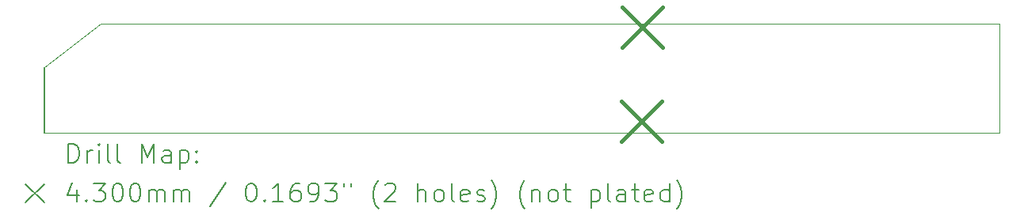
<source format=gbr>
%TF.GenerationSoftware,KiCad,Pcbnew,8.0.6*%
%TF.CreationDate,2024-11-27T23:04:25-05:00*%
%TF.ProjectId,DDI-parent,4444492d-7061-4726-956e-742e6b696361,rev?*%
%TF.SameCoordinates,Original*%
%TF.FileFunction,Drillmap*%
%TF.FilePolarity,Positive*%
%FSLAX45Y45*%
G04 Gerber Fmt 4.5, Leading zero omitted, Abs format (unit mm)*
G04 Created by KiCad (PCBNEW 8.0.6) date 2024-11-27 23:04:25*
%MOMM*%
%LPD*%
G01*
G04 APERTURE LIST*
%ADD10C,0.100000*%
%ADD11C,0.150000*%
%ADD12C,0.200000*%
%ADD13C,0.430000*%
G04 APERTURE END LIST*
D10*
X25611075Y20633655D02*
X15411075Y20633655D01*
X16011075Y21800000D02*
X15411075Y21333655D01*
X25611075Y21800000D02*
X25611075Y20633655D01*
D11*
X15411075Y20633655D02*
X15411075Y21333655D01*
D10*
X16011075Y21800000D02*
X25611075Y21800000D01*
D12*
D13*
X21574458Y20974489D02*
X22004458Y20544489D01*
X22004458Y20974489D02*
X21574458Y20544489D01*
X21578013Y21981106D02*
X22008013Y21551106D01*
X22008013Y21981106D02*
X21578013Y21551106D01*
D12*
X15664352Y20314671D02*
X15664352Y20514671D01*
X15664352Y20514671D02*
X15711971Y20514671D01*
X15711971Y20514671D02*
X15740542Y20505147D01*
X15740542Y20505147D02*
X15759590Y20486100D01*
X15759590Y20486100D02*
X15769114Y20467052D01*
X15769114Y20467052D02*
X15778637Y20428957D01*
X15778637Y20428957D02*
X15778637Y20400385D01*
X15778637Y20400385D02*
X15769114Y20362290D01*
X15769114Y20362290D02*
X15759590Y20343243D01*
X15759590Y20343243D02*
X15740542Y20324195D01*
X15740542Y20324195D02*
X15711971Y20314671D01*
X15711971Y20314671D02*
X15664352Y20314671D01*
X15864352Y20314671D02*
X15864352Y20448004D01*
X15864352Y20409909D02*
X15873875Y20428957D01*
X15873875Y20428957D02*
X15883399Y20438481D01*
X15883399Y20438481D02*
X15902447Y20448004D01*
X15902447Y20448004D02*
X15921495Y20448004D01*
X15988161Y20314671D02*
X15988161Y20448004D01*
X15988161Y20514671D02*
X15978637Y20505147D01*
X15978637Y20505147D02*
X15988161Y20495623D01*
X15988161Y20495623D02*
X15997685Y20505147D01*
X15997685Y20505147D02*
X15988161Y20514671D01*
X15988161Y20514671D02*
X15988161Y20495623D01*
X16111971Y20314671D02*
X16092923Y20324195D01*
X16092923Y20324195D02*
X16083399Y20343243D01*
X16083399Y20343243D02*
X16083399Y20514671D01*
X16216733Y20314671D02*
X16197685Y20324195D01*
X16197685Y20324195D02*
X16188161Y20343243D01*
X16188161Y20343243D02*
X16188161Y20514671D01*
X16445304Y20314671D02*
X16445304Y20514671D01*
X16445304Y20514671D02*
X16511971Y20371814D01*
X16511971Y20371814D02*
X16578637Y20514671D01*
X16578637Y20514671D02*
X16578637Y20314671D01*
X16759590Y20314671D02*
X16759590Y20419433D01*
X16759590Y20419433D02*
X16750066Y20438481D01*
X16750066Y20438481D02*
X16731018Y20448004D01*
X16731018Y20448004D02*
X16692923Y20448004D01*
X16692923Y20448004D02*
X16673875Y20438481D01*
X16759590Y20324195D02*
X16740542Y20314671D01*
X16740542Y20314671D02*
X16692923Y20314671D01*
X16692923Y20314671D02*
X16673875Y20324195D01*
X16673875Y20324195D02*
X16664352Y20343243D01*
X16664352Y20343243D02*
X16664352Y20362290D01*
X16664352Y20362290D02*
X16673875Y20381338D01*
X16673875Y20381338D02*
X16692923Y20390862D01*
X16692923Y20390862D02*
X16740542Y20390862D01*
X16740542Y20390862D02*
X16759590Y20400385D01*
X16854828Y20448004D02*
X16854828Y20248004D01*
X16854828Y20438481D02*
X16873876Y20448004D01*
X16873876Y20448004D02*
X16911971Y20448004D01*
X16911971Y20448004D02*
X16931018Y20438481D01*
X16931018Y20438481D02*
X16940542Y20428957D01*
X16940542Y20428957D02*
X16950066Y20409909D01*
X16950066Y20409909D02*
X16950066Y20352766D01*
X16950066Y20352766D02*
X16940542Y20333719D01*
X16940542Y20333719D02*
X16931018Y20324195D01*
X16931018Y20324195D02*
X16911971Y20314671D01*
X16911971Y20314671D02*
X16873876Y20314671D01*
X16873876Y20314671D02*
X16854828Y20324195D01*
X17035780Y20333719D02*
X17045304Y20324195D01*
X17045304Y20324195D02*
X17035780Y20314671D01*
X17035780Y20314671D02*
X17026257Y20324195D01*
X17026257Y20324195D02*
X17035780Y20333719D01*
X17035780Y20333719D02*
X17035780Y20314671D01*
X17035780Y20438481D02*
X17045304Y20428957D01*
X17045304Y20428957D02*
X17035780Y20419433D01*
X17035780Y20419433D02*
X17026257Y20428957D01*
X17026257Y20428957D02*
X17035780Y20438481D01*
X17035780Y20438481D02*
X17035780Y20419433D01*
X15203575Y20086155D02*
X15403575Y19886155D01*
X15403575Y20086155D02*
X15203575Y19886155D01*
X15750066Y20028004D02*
X15750066Y19894671D01*
X15702447Y20104195D02*
X15654828Y19961338D01*
X15654828Y19961338D02*
X15778637Y19961338D01*
X15854828Y19913719D02*
X15864352Y19904195D01*
X15864352Y19904195D02*
X15854828Y19894671D01*
X15854828Y19894671D02*
X15845304Y19904195D01*
X15845304Y19904195D02*
X15854828Y19913719D01*
X15854828Y19913719D02*
X15854828Y19894671D01*
X15931018Y20094671D02*
X16054828Y20094671D01*
X16054828Y20094671D02*
X15988161Y20018481D01*
X15988161Y20018481D02*
X16016733Y20018481D01*
X16016733Y20018481D02*
X16035780Y20008957D01*
X16035780Y20008957D02*
X16045304Y19999433D01*
X16045304Y19999433D02*
X16054828Y19980385D01*
X16054828Y19980385D02*
X16054828Y19932766D01*
X16054828Y19932766D02*
X16045304Y19913719D01*
X16045304Y19913719D02*
X16035780Y19904195D01*
X16035780Y19904195D02*
X16016733Y19894671D01*
X16016733Y19894671D02*
X15959590Y19894671D01*
X15959590Y19894671D02*
X15940542Y19904195D01*
X15940542Y19904195D02*
X15931018Y19913719D01*
X16178637Y20094671D02*
X16197685Y20094671D01*
X16197685Y20094671D02*
X16216733Y20085147D01*
X16216733Y20085147D02*
X16226256Y20075623D01*
X16226256Y20075623D02*
X16235780Y20056576D01*
X16235780Y20056576D02*
X16245304Y20018481D01*
X16245304Y20018481D02*
X16245304Y19970862D01*
X16245304Y19970862D02*
X16235780Y19932766D01*
X16235780Y19932766D02*
X16226256Y19913719D01*
X16226256Y19913719D02*
X16216733Y19904195D01*
X16216733Y19904195D02*
X16197685Y19894671D01*
X16197685Y19894671D02*
X16178637Y19894671D01*
X16178637Y19894671D02*
X16159590Y19904195D01*
X16159590Y19904195D02*
X16150066Y19913719D01*
X16150066Y19913719D02*
X16140542Y19932766D01*
X16140542Y19932766D02*
X16131018Y19970862D01*
X16131018Y19970862D02*
X16131018Y20018481D01*
X16131018Y20018481D02*
X16140542Y20056576D01*
X16140542Y20056576D02*
X16150066Y20075623D01*
X16150066Y20075623D02*
X16159590Y20085147D01*
X16159590Y20085147D02*
X16178637Y20094671D01*
X16369114Y20094671D02*
X16388161Y20094671D01*
X16388161Y20094671D02*
X16407209Y20085147D01*
X16407209Y20085147D02*
X16416733Y20075623D01*
X16416733Y20075623D02*
X16426256Y20056576D01*
X16426256Y20056576D02*
X16435780Y20018481D01*
X16435780Y20018481D02*
X16435780Y19970862D01*
X16435780Y19970862D02*
X16426256Y19932766D01*
X16426256Y19932766D02*
X16416733Y19913719D01*
X16416733Y19913719D02*
X16407209Y19904195D01*
X16407209Y19904195D02*
X16388161Y19894671D01*
X16388161Y19894671D02*
X16369114Y19894671D01*
X16369114Y19894671D02*
X16350066Y19904195D01*
X16350066Y19904195D02*
X16340542Y19913719D01*
X16340542Y19913719D02*
X16331018Y19932766D01*
X16331018Y19932766D02*
X16321495Y19970862D01*
X16321495Y19970862D02*
X16321495Y20018481D01*
X16321495Y20018481D02*
X16331018Y20056576D01*
X16331018Y20056576D02*
X16340542Y20075623D01*
X16340542Y20075623D02*
X16350066Y20085147D01*
X16350066Y20085147D02*
X16369114Y20094671D01*
X16521495Y19894671D02*
X16521495Y20028004D01*
X16521495Y20008957D02*
X16531018Y20018481D01*
X16531018Y20018481D02*
X16550066Y20028004D01*
X16550066Y20028004D02*
X16578637Y20028004D01*
X16578637Y20028004D02*
X16597685Y20018481D01*
X16597685Y20018481D02*
X16607209Y19999433D01*
X16607209Y19999433D02*
X16607209Y19894671D01*
X16607209Y19999433D02*
X16616733Y20018481D01*
X16616733Y20018481D02*
X16635780Y20028004D01*
X16635780Y20028004D02*
X16664352Y20028004D01*
X16664352Y20028004D02*
X16683399Y20018481D01*
X16683399Y20018481D02*
X16692923Y19999433D01*
X16692923Y19999433D02*
X16692923Y19894671D01*
X16788161Y19894671D02*
X16788161Y20028004D01*
X16788161Y20008957D02*
X16797685Y20018481D01*
X16797685Y20018481D02*
X16816733Y20028004D01*
X16816733Y20028004D02*
X16845304Y20028004D01*
X16845304Y20028004D02*
X16864352Y20018481D01*
X16864352Y20018481D02*
X16873876Y19999433D01*
X16873876Y19999433D02*
X16873876Y19894671D01*
X16873876Y19999433D02*
X16883399Y20018481D01*
X16883399Y20018481D02*
X16902447Y20028004D01*
X16902447Y20028004D02*
X16931018Y20028004D01*
X16931018Y20028004D02*
X16950066Y20018481D01*
X16950066Y20018481D02*
X16959590Y19999433D01*
X16959590Y19999433D02*
X16959590Y19894671D01*
X17350066Y20104195D02*
X17178638Y19847052D01*
X17607209Y20094671D02*
X17626257Y20094671D01*
X17626257Y20094671D02*
X17645304Y20085147D01*
X17645304Y20085147D02*
X17654828Y20075623D01*
X17654828Y20075623D02*
X17664352Y20056576D01*
X17664352Y20056576D02*
X17673876Y20018481D01*
X17673876Y20018481D02*
X17673876Y19970862D01*
X17673876Y19970862D02*
X17664352Y19932766D01*
X17664352Y19932766D02*
X17654828Y19913719D01*
X17654828Y19913719D02*
X17645304Y19904195D01*
X17645304Y19904195D02*
X17626257Y19894671D01*
X17626257Y19894671D02*
X17607209Y19894671D01*
X17607209Y19894671D02*
X17588161Y19904195D01*
X17588161Y19904195D02*
X17578638Y19913719D01*
X17578638Y19913719D02*
X17569114Y19932766D01*
X17569114Y19932766D02*
X17559590Y19970862D01*
X17559590Y19970862D02*
X17559590Y20018481D01*
X17559590Y20018481D02*
X17569114Y20056576D01*
X17569114Y20056576D02*
X17578638Y20075623D01*
X17578638Y20075623D02*
X17588161Y20085147D01*
X17588161Y20085147D02*
X17607209Y20094671D01*
X17759590Y19913719D02*
X17769114Y19904195D01*
X17769114Y19904195D02*
X17759590Y19894671D01*
X17759590Y19894671D02*
X17750066Y19904195D01*
X17750066Y19904195D02*
X17759590Y19913719D01*
X17759590Y19913719D02*
X17759590Y19894671D01*
X17959590Y19894671D02*
X17845304Y19894671D01*
X17902447Y19894671D02*
X17902447Y20094671D01*
X17902447Y20094671D02*
X17883400Y20066100D01*
X17883400Y20066100D02*
X17864352Y20047052D01*
X17864352Y20047052D02*
X17845304Y20037528D01*
X18131019Y20094671D02*
X18092923Y20094671D01*
X18092923Y20094671D02*
X18073876Y20085147D01*
X18073876Y20085147D02*
X18064352Y20075623D01*
X18064352Y20075623D02*
X18045304Y20047052D01*
X18045304Y20047052D02*
X18035781Y20008957D01*
X18035781Y20008957D02*
X18035781Y19932766D01*
X18035781Y19932766D02*
X18045304Y19913719D01*
X18045304Y19913719D02*
X18054828Y19904195D01*
X18054828Y19904195D02*
X18073876Y19894671D01*
X18073876Y19894671D02*
X18111971Y19894671D01*
X18111971Y19894671D02*
X18131019Y19904195D01*
X18131019Y19904195D02*
X18140542Y19913719D01*
X18140542Y19913719D02*
X18150066Y19932766D01*
X18150066Y19932766D02*
X18150066Y19980385D01*
X18150066Y19980385D02*
X18140542Y19999433D01*
X18140542Y19999433D02*
X18131019Y20008957D01*
X18131019Y20008957D02*
X18111971Y20018481D01*
X18111971Y20018481D02*
X18073876Y20018481D01*
X18073876Y20018481D02*
X18054828Y20008957D01*
X18054828Y20008957D02*
X18045304Y19999433D01*
X18045304Y19999433D02*
X18035781Y19980385D01*
X18245304Y19894671D02*
X18283400Y19894671D01*
X18283400Y19894671D02*
X18302447Y19904195D01*
X18302447Y19904195D02*
X18311971Y19913719D01*
X18311971Y19913719D02*
X18331019Y19942290D01*
X18331019Y19942290D02*
X18340542Y19980385D01*
X18340542Y19980385D02*
X18340542Y20056576D01*
X18340542Y20056576D02*
X18331019Y20075623D01*
X18331019Y20075623D02*
X18321495Y20085147D01*
X18321495Y20085147D02*
X18302447Y20094671D01*
X18302447Y20094671D02*
X18264352Y20094671D01*
X18264352Y20094671D02*
X18245304Y20085147D01*
X18245304Y20085147D02*
X18235781Y20075623D01*
X18235781Y20075623D02*
X18226257Y20056576D01*
X18226257Y20056576D02*
X18226257Y20008957D01*
X18226257Y20008957D02*
X18235781Y19989909D01*
X18235781Y19989909D02*
X18245304Y19980385D01*
X18245304Y19980385D02*
X18264352Y19970862D01*
X18264352Y19970862D02*
X18302447Y19970862D01*
X18302447Y19970862D02*
X18321495Y19980385D01*
X18321495Y19980385D02*
X18331019Y19989909D01*
X18331019Y19989909D02*
X18340542Y20008957D01*
X18407209Y20094671D02*
X18531019Y20094671D01*
X18531019Y20094671D02*
X18464352Y20018481D01*
X18464352Y20018481D02*
X18492923Y20018481D01*
X18492923Y20018481D02*
X18511971Y20008957D01*
X18511971Y20008957D02*
X18521495Y19999433D01*
X18521495Y19999433D02*
X18531019Y19980385D01*
X18531019Y19980385D02*
X18531019Y19932766D01*
X18531019Y19932766D02*
X18521495Y19913719D01*
X18521495Y19913719D02*
X18511971Y19904195D01*
X18511971Y19904195D02*
X18492923Y19894671D01*
X18492923Y19894671D02*
X18435781Y19894671D01*
X18435781Y19894671D02*
X18416733Y19904195D01*
X18416733Y19904195D02*
X18407209Y19913719D01*
X18607209Y20094671D02*
X18607209Y20056576D01*
X18683400Y20094671D02*
X18683400Y20056576D01*
X18978638Y19818481D02*
X18969114Y19828004D01*
X18969114Y19828004D02*
X18950066Y19856576D01*
X18950066Y19856576D02*
X18940543Y19875623D01*
X18940543Y19875623D02*
X18931019Y19904195D01*
X18931019Y19904195D02*
X18921495Y19951814D01*
X18921495Y19951814D02*
X18921495Y19989909D01*
X18921495Y19989909D02*
X18931019Y20037528D01*
X18931019Y20037528D02*
X18940543Y20066100D01*
X18940543Y20066100D02*
X18950066Y20085147D01*
X18950066Y20085147D02*
X18969114Y20113719D01*
X18969114Y20113719D02*
X18978638Y20123243D01*
X19045304Y20075623D02*
X19054828Y20085147D01*
X19054828Y20085147D02*
X19073876Y20094671D01*
X19073876Y20094671D02*
X19121495Y20094671D01*
X19121495Y20094671D02*
X19140543Y20085147D01*
X19140543Y20085147D02*
X19150066Y20075623D01*
X19150066Y20075623D02*
X19159590Y20056576D01*
X19159590Y20056576D02*
X19159590Y20037528D01*
X19159590Y20037528D02*
X19150066Y20008957D01*
X19150066Y20008957D02*
X19035781Y19894671D01*
X19035781Y19894671D02*
X19159590Y19894671D01*
X19397685Y19894671D02*
X19397685Y20094671D01*
X19483400Y19894671D02*
X19483400Y19999433D01*
X19483400Y19999433D02*
X19473876Y20018481D01*
X19473876Y20018481D02*
X19454828Y20028004D01*
X19454828Y20028004D02*
X19426257Y20028004D01*
X19426257Y20028004D02*
X19407209Y20018481D01*
X19407209Y20018481D02*
X19397685Y20008957D01*
X19607209Y19894671D02*
X19588162Y19904195D01*
X19588162Y19904195D02*
X19578638Y19913719D01*
X19578638Y19913719D02*
X19569114Y19932766D01*
X19569114Y19932766D02*
X19569114Y19989909D01*
X19569114Y19989909D02*
X19578638Y20008957D01*
X19578638Y20008957D02*
X19588162Y20018481D01*
X19588162Y20018481D02*
X19607209Y20028004D01*
X19607209Y20028004D02*
X19635781Y20028004D01*
X19635781Y20028004D02*
X19654828Y20018481D01*
X19654828Y20018481D02*
X19664352Y20008957D01*
X19664352Y20008957D02*
X19673876Y19989909D01*
X19673876Y19989909D02*
X19673876Y19932766D01*
X19673876Y19932766D02*
X19664352Y19913719D01*
X19664352Y19913719D02*
X19654828Y19904195D01*
X19654828Y19904195D02*
X19635781Y19894671D01*
X19635781Y19894671D02*
X19607209Y19894671D01*
X19788162Y19894671D02*
X19769114Y19904195D01*
X19769114Y19904195D02*
X19759590Y19923243D01*
X19759590Y19923243D02*
X19759590Y20094671D01*
X19940543Y19904195D02*
X19921495Y19894671D01*
X19921495Y19894671D02*
X19883400Y19894671D01*
X19883400Y19894671D02*
X19864352Y19904195D01*
X19864352Y19904195D02*
X19854828Y19923243D01*
X19854828Y19923243D02*
X19854828Y19999433D01*
X19854828Y19999433D02*
X19864352Y20018481D01*
X19864352Y20018481D02*
X19883400Y20028004D01*
X19883400Y20028004D02*
X19921495Y20028004D01*
X19921495Y20028004D02*
X19940543Y20018481D01*
X19940543Y20018481D02*
X19950066Y19999433D01*
X19950066Y19999433D02*
X19950066Y19980385D01*
X19950066Y19980385D02*
X19854828Y19961338D01*
X20026257Y19904195D02*
X20045305Y19894671D01*
X20045305Y19894671D02*
X20083400Y19894671D01*
X20083400Y19894671D02*
X20102447Y19904195D01*
X20102447Y19904195D02*
X20111971Y19923243D01*
X20111971Y19923243D02*
X20111971Y19932766D01*
X20111971Y19932766D02*
X20102447Y19951814D01*
X20102447Y19951814D02*
X20083400Y19961338D01*
X20083400Y19961338D02*
X20054828Y19961338D01*
X20054828Y19961338D02*
X20035781Y19970862D01*
X20035781Y19970862D02*
X20026257Y19989909D01*
X20026257Y19989909D02*
X20026257Y19999433D01*
X20026257Y19999433D02*
X20035781Y20018481D01*
X20035781Y20018481D02*
X20054828Y20028004D01*
X20054828Y20028004D02*
X20083400Y20028004D01*
X20083400Y20028004D02*
X20102447Y20018481D01*
X20178638Y19818481D02*
X20188162Y19828004D01*
X20188162Y19828004D02*
X20207209Y19856576D01*
X20207209Y19856576D02*
X20216733Y19875623D01*
X20216733Y19875623D02*
X20226257Y19904195D01*
X20226257Y19904195D02*
X20235781Y19951814D01*
X20235781Y19951814D02*
X20235781Y19989909D01*
X20235781Y19989909D02*
X20226257Y20037528D01*
X20226257Y20037528D02*
X20216733Y20066100D01*
X20216733Y20066100D02*
X20207209Y20085147D01*
X20207209Y20085147D02*
X20188162Y20113719D01*
X20188162Y20113719D02*
X20178638Y20123243D01*
X20540543Y19818481D02*
X20531019Y19828004D01*
X20531019Y19828004D02*
X20511971Y19856576D01*
X20511971Y19856576D02*
X20502447Y19875623D01*
X20502447Y19875623D02*
X20492924Y19904195D01*
X20492924Y19904195D02*
X20483400Y19951814D01*
X20483400Y19951814D02*
X20483400Y19989909D01*
X20483400Y19989909D02*
X20492924Y20037528D01*
X20492924Y20037528D02*
X20502447Y20066100D01*
X20502447Y20066100D02*
X20511971Y20085147D01*
X20511971Y20085147D02*
X20531019Y20113719D01*
X20531019Y20113719D02*
X20540543Y20123243D01*
X20616733Y20028004D02*
X20616733Y19894671D01*
X20616733Y20008957D02*
X20626257Y20018481D01*
X20626257Y20018481D02*
X20645305Y20028004D01*
X20645305Y20028004D02*
X20673876Y20028004D01*
X20673876Y20028004D02*
X20692924Y20018481D01*
X20692924Y20018481D02*
X20702447Y19999433D01*
X20702447Y19999433D02*
X20702447Y19894671D01*
X20826257Y19894671D02*
X20807209Y19904195D01*
X20807209Y19904195D02*
X20797686Y19913719D01*
X20797686Y19913719D02*
X20788162Y19932766D01*
X20788162Y19932766D02*
X20788162Y19989909D01*
X20788162Y19989909D02*
X20797686Y20008957D01*
X20797686Y20008957D02*
X20807209Y20018481D01*
X20807209Y20018481D02*
X20826257Y20028004D01*
X20826257Y20028004D02*
X20854828Y20028004D01*
X20854828Y20028004D02*
X20873876Y20018481D01*
X20873876Y20018481D02*
X20883400Y20008957D01*
X20883400Y20008957D02*
X20892924Y19989909D01*
X20892924Y19989909D02*
X20892924Y19932766D01*
X20892924Y19932766D02*
X20883400Y19913719D01*
X20883400Y19913719D02*
X20873876Y19904195D01*
X20873876Y19904195D02*
X20854828Y19894671D01*
X20854828Y19894671D02*
X20826257Y19894671D01*
X20950067Y20028004D02*
X21026257Y20028004D01*
X20978638Y20094671D02*
X20978638Y19923243D01*
X20978638Y19923243D02*
X20988162Y19904195D01*
X20988162Y19904195D02*
X21007209Y19894671D01*
X21007209Y19894671D02*
X21026257Y19894671D01*
X21245305Y20028004D02*
X21245305Y19828004D01*
X21245305Y20018481D02*
X21264352Y20028004D01*
X21264352Y20028004D02*
X21302448Y20028004D01*
X21302448Y20028004D02*
X21321495Y20018481D01*
X21321495Y20018481D02*
X21331019Y20008957D01*
X21331019Y20008957D02*
X21340543Y19989909D01*
X21340543Y19989909D02*
X21340543Y19932766D01*
X21340543Y19932766D02*
X21331019Y19913719D01*
X21331019Y19913719D02*
X21321495Y19904195D01*
X21321495Y19904195D02*
X21302448Y19894671D01*
X21302448Y19894671D02*
X21264352Y19894671D01*
X21264352Y19894671D02*
X21245305Y19904195D01*
X21454828Y19894671D02*
X21435781Y19904195D01*
X21435781Y19904195D02*
X21426257Y19923243D01*
X21426257Y19923243D02*
X21426257Y20094671D01*
X21616733Y19894671D02*
X21616733Y19999433D01*
X21616733Y19999433D02*
X21607209Y20018481D01*
X21607209Y20018481D02*
X21588162Y20028004D01*
X21588162Y20028004D02*
X21550067Y20028004D01*
X21550067Y20028004D02*
X21531019Y20018481D01*
X21616733Y19904195D02*
X21597686Y19894671D01*
X21597686Y19894671D02*
X21550067Y19894671D01*
X21550067Y19894671D02*
X21531019Y19904195D01*
X21531019Y19904195D02*
X21521495Y19923243D01*
X21521495Y19923243D02*
X21521495Y19942290D01*
X21521495Y19942290D02*
X21531019Y19961338D01*
X21531019Y19961338D02*
X21550067Y19970862D01*
X21550067Y19970862D02*
X21597686Y19970862D01*
X21597686Y19970862D02*
X21616733Y19980385D01*
X21683400Y20028004D02*
X21759590Y20028004D01*
X21711971Y20094671D02*
X21711971Y19923243D01*
X21711971Y19923243D02*
X21721495Y19904195D01*
X21721495Y19904195D02*
X21740543Y19894671D01*
X21740543Y19894671D02*
X21759590Y19894671D01*
X21902448Y19904195D02*
X21883400Y19894671D01*
X21883400Y19894671D02*
X21845305Y19894671D01*
X21845305Y19894671D02*
X21826257Y19904195D01*
X21826257Y19904195D02*
X21816733Y19923243D01*
X21816733Y19923243D02*
X21816733Y19999433D01*
X21816733Y19999433D02*
X21826257Y20018481D01*
X21826257Y20018481D02*
X21845305Y20028004D01*
X21845305Y20028004D02*
X21883400Y20028004D01*
X21883400Y20028004D02*
X21902448Y20018481D01*
X21902448Y20018481D02*
X21911971Y19999433D01*
X21911971Y19999433D02*
X21911971Y19980385D01*
X21911971Y19980385D02*
X21816733Y19961338D01*
X22083400Y19894671D02*
X22083400Y20094671D01*
X22083400Y19904195D02*
X22064352Y19894671D01*
X22064352Y19894671D02*
X22026257Y19894671D01*
X22026257Y19894671D02*
X22007209Y19904195D01*
X22007209Y19904195D02*
X21997686Y19913719D01*
X21997686Y19913719D02*
X21988162Y19932766D01*
X21988162Y19932766D02*
X21988162Y19989909D01*
X21988162Y19989909D02*
X21997686Y20008957D01*
X21997686Y20008957D02*
X22007209Y20018481D01*
X22007209Y20018481D02*
X22026257Y20028004D01*
X22026257Y20028004D02*
X22064352Y20028004D01*
X22064352Y20028004D02*
X22083400Y20018481D01*
X22159590Y19818481D02*
X22169114Y19828004D01*
X22169114Y19828004D02*
X22188162Y19856576D01*
X22188162Y19856576D02*
X22197686Y19875623D01*
X22197686Y19875623D02*
X22207209Y19904195D01*
X22207209Y19904195D02*
X22216733Y19951814D01*
X22216733Y19951814D02*
X22216733Y19989909D01*
X22216733Y19989909D02*
X22207209Y20037528D01*
X22207209Y20037528D02*
X22197686Y20066100D01*
X22197686Y20066100D02*
X22188162Y20085147D01*
X22188162Y20085147D02*
X22169114Y20113719D01*
X22169114Y20113719D02*
X22159590Y20123243D01*
M02*

</source>
